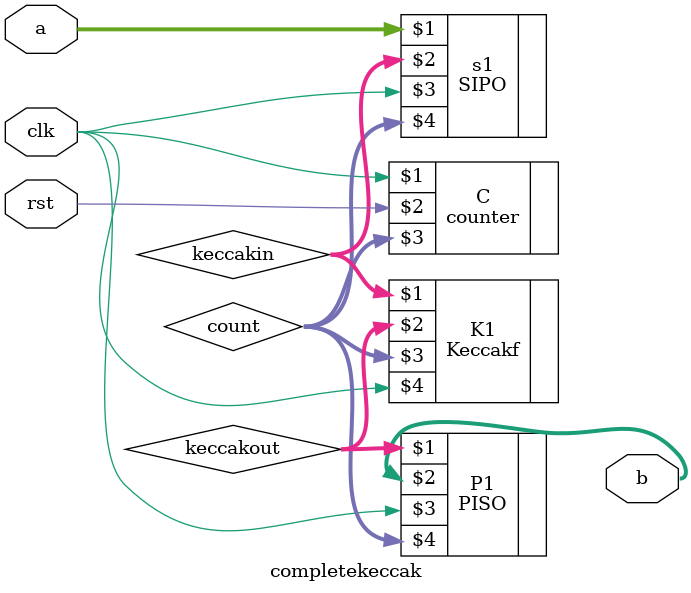
<source format=v>
`timescale 1ns / 1ps


module completekeccak(a,b,clk,rst
    );
    input [63:0]a;output [63:0] b;input clk;input rst;wire [6:0]count;wire[1599:0] keccakin;wire[1599:0] keccakout;
    counter C (clk,rst,count);
    SIPO s1 (a,keccakin,clk,count);
    Keccakf K1(keccakin,keccakout,count,clk);
    PISO P1(keccakout,b,clk,count);
endmodule

</source>
